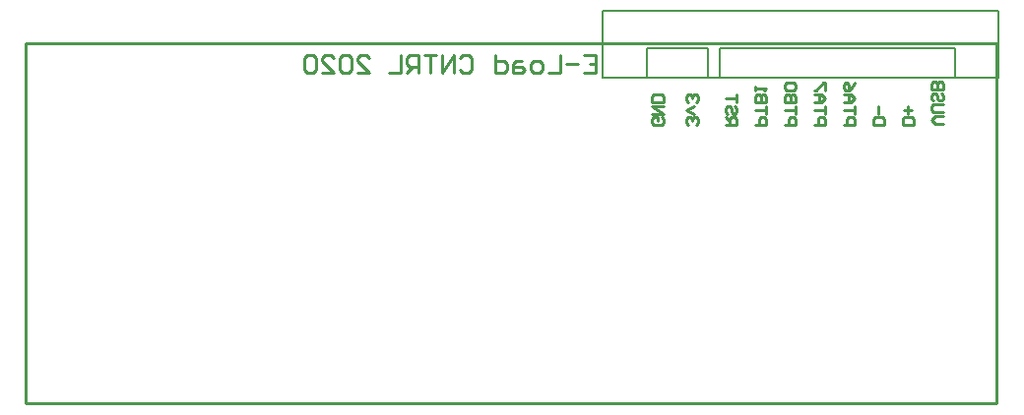
<source format=gbo>
G04*
G04 #@! TF.GenerationSoftware,Altium Limited,CircuitStudio,1.5.2 (30)*
G04*
G04 Layer_Color=13948096*
%FSLAX44Y44*%
%MOMM*%
G71*
G01*
G75*
%ADD30C,0.2540*%
%ADD40C,0.2030*%
D30*
X1042483Y494684D02*
X1052480D01*
Y499682D01*
X1050814Y501348D01*
X1047482D01*
X1045815Y499682D01*
Y494684D01*
X1052480Y504680D02*
Y511345D01*
Y508013D01*
X1042483D01*
Y514677D02*
X1049148D01*
X1052480Y518009D01*
X1049148Y521342D01*
X1042483D01*
X1047482D01*
Y514677D01*
X1052480Y531339D02*
X1050814Y528006D01*
X1047482Y524674D01*
X1044149D01*
X1042483Y526340D01*
Y529672D01*
X1044149Y531339D01*
X1045815D01*
X1047482Y529672D01*
Y524674D01*
X940950Y494684D02*
X950947D01*
Y499682D01*
X949280Y501348D01*
X945948D01*
X944282Y499682D01*
Y494684D01*
Y498016D02*
X940950Y501348D01*
X949280Y511345D02*
X950947Y509679D01*
Y506347D01*
X949280Y504680D01*
X947614D01*
X945948Y506347D01*
Y509679D01*
X944282Y511345D01*
X942616D01*
X940950Y509679D01*
Y506347D01*
X942616Y504680D01*
X950947Y514677D02*
Y521342D01*
Y518009D01*
X940950D01*
X966333Y494684D02*
X976330D01*
Y499682D01*
X974664Y501348D01*
X971332D01*
X969665Y499682D01*
Y494684D01*
X976330Y504680D02*
Y511345D01*
Y508013D01*
X966333D01*
X976330Y514677D02*
X966333D01*
Y519676D01*
X967999Y521342D01*
X969665D01*
X971332Y519676D01*
Y514677D01*
Y519676D01*
X972998Y521342D01*
X974664D01*
X976330Y519676D01*
Y514677D01*
X966333Y524674D02*
Y528006D01*
Y526340D01*
X976330D01*
X974664Y524674D01*
X991717Y494684D02*
X1001713D01*
Y499682D01*
X1000047Y501348D01*
X996715D01*
X995049Y499682D01*
Y494684D01*
X1001713Y504680D02*
Y511345D01*
Y508013D01*
X991717D01*
X1001713Y514677D02*
X991717D01*
Y519676D01*
X993383Y521342D01*
X995049D01*
X996715Y519676D01*
Y514677D01*
Y519676D01*
X998381Y521342D01*
X1000047D01*
X1001713Y519676D01*
Y514677D01*
X1000047Y524674D02*
X1001713Y526340D01*
Y529672D01*
X1000047Y531339D01*
X993383D01*
X991717Y529672D01*
Y526340D01*
X993383Y524674D01*
X1000047D01*
X1017100Y494684D02*
X1027097D01*
Y499682D01*
X1025431Y501348D01*
X1022098D01*
X1020432Y499682D01*
Y494684D01*
X1027097Y504680D02*
Y511345D01*
Y508013D01*
X1017100D01*
Y514677D02*
X1023764D01*
X1027097Y518009D01*
X1023764Y521342D01*
X1017100D01*
X1022098D01*
Y514677D01*
X1027097Y524674D02*
Y531339D01*
X1025431D01*
X1018766Y524674D01*
X1017100D01*
X1077863Y494684D02*
X1067866D01*
Y499682D01*
X1069533Y501348D01*
X1076197D01*
X1077863Y499682D01*
Y494684D01*
X1072865Y504680D02*
Y511345D01*
X1103247Y494684D02*
X1093250D01*
Y499682D01*
X1094916Y501348D01*
X1101580D01*
X1103247Y499682D01*
Y494684D01*
X1098248Y504680D02*
Y511345D01*
X1101580Y508013D02*
X1094916D01*
X1128547Y495750D02*
X1121882D01*
X1118550Y499082D01*
X1121882Y502414D01*
X1128547D01*
Y505747D02*
X1120216D01*
X1118550Y507413D01*
Y510745D01*
X1120216Y512411D01*
X1128547D01*
X1126880Y522408D02*
X1128547Y520742D01*
Y517410D01*
X1126880Y515743D01*
X1125214D01*
X1123548Y517410D01*
Y520742D01*
X1121882Y522408D01*
X1120216D01*
X1118550Y520742D01*
Y517410D01*
X1120216Y515743D01*
X1128547Y525740D02*
X1118550D01*
Y530739D01*
X1120216Y532405D01*
X1121882D01*
X1123548Y530739D01*
Y525740D01*
Y530739D01*
X1125214Y532405D01*
X1126880D01*
X1128547Y530739D01*
Y525740D01*
X886280Y501348D02*
X887946Y499682D01*
Y496350D01*
X886280Y494684D01*
X879616D01*
X877950Y496350D01*
Y499682D01*
X879616Y501348D01*
X882948D01*
Y498016D01*
X877950Y504680D02*
X887946D01*
X877950Y511345D01*
X887946D01*
Y514677D02*
X877950D01*
Y519676D01*
X879616Y521342D01*
X886280D01*
X887946Y519676D01*
Y514677D01*
X915780Y494684D02*
X917446Y496350D01*
Y499682D01*
X915780Y501348D01*
X914114D01*
X912448Y499682D01*
Y498016D01*
Y499682D01*
X910782Y501348D01*
X909116D01*
X907450Y499682D01*
Y496350D01*
X909116Y494684D01*
X914114Y504680D02*
X907450Y508013D01*
X914114Y511345D01*
X915780Y514677D02*
X917446Y516343D01*
Y519676D01*
X915780Y521342D01*
X914114D01*
X912448Y519676D01*
Y518009D01*
Y519676D01*
X910782Y521342D01*
X909116D01*
X907450Y519676D01*
Y516343D01*
X909116Y514677D01*
X819343Y555235D02*
X829500D01*
Y540000D01*
X819343D01*
X829500Y547617D02*
X824421D01*
X814265D02*
X804108D01*
X799030Y555235D02*
Y540000D01*
X788873D01*
X781255D02*
X776177D01*
X773638Y542539D01*
Y547617D01*
X776177Y550157D01*
X781255D01*
X783794Y547617D01*
Y542539D01*
X781255Y540000D01*
X766020Y550157D02*
X760942D01*
X758403Y547617D01*
Y540000D01*
X766020D01*
X768559Y542539D01*
X766020Y545078D01*
X758403D01*
X743168Y555235D02*
Y540000D01*
X750785D01*
X753324Y542539D01*
Y547617D01*
X750785Y550157D01*
X743168D01*
X712698Y552696D02*
X715237Y555235D01*
X720315D01*
X722854Y552696D01*
Y542539D01*
X720315Y540000D01*
X715237D01*
X712698Y542539D01*
X707619Y540000D02*
Y555235D01*
X697462Y540000D01*
Y555235D01*
X692384D02*
X682227D01*
X687306D01*
Y540000D01*
X677149D02*
Y555235D01*
X669531D01*
X666992Y552696D01*
Y547617D01*
X669531Y545078D01*
X677149D01*
X672071D02*
X666992Y540000D01*
X661914Y555235D02*
Y540000D01*
X651757D01*
X624343D02*
X634500D01*
X624343Y550157D01*
Y552696D01*
X626882Y555235D01*
X631961D01*
X634500Y552696D01*
X619265D02*
X616726Y555235D01*
X611647D01*
X609108Y552696D01*
Y542539D01*
X611647Y540000D01*
X616726D01*
X619265Y542539D01*
Y552696D01*
X593873Y540000D02*
X604030D01*
X593873Y550157D01*
Y552696D01*
X596412Y555235D01*
X601490D01*
X604030Y552696D01*
X588795D02*
X586255Y555235D01*
X581177D01*
X578638Y552696D01*
Y542539D01*
X581177Y540000D01*
X586255D01*
X588795Y542539D01*
Y552696D01*
X339500Y255000D02*
Y565000D01*
X1174500D01*
Y255000D02*
Y565000D01*
X339500Y255000D02*
X1174500D01*
D40*
X936050Y560750D02*
X1138550D01*
X936050Y535750D02*
Y560750D01*
Y535750D02*
X1138550D01*
Y560750D01*
X926050Y535750D02*
Y560750D01*
X873550Y535750D02*
X926050D01*
X873550D02*
Y560750D01*
X926050D01*
X1175750Y535750D02*
Y593250D01*
X835750D02*
X1175750D01*
X835750Y535750D02*
Y593250D01*
Y535750D02*
X1175750D01*
M02*

</source>
